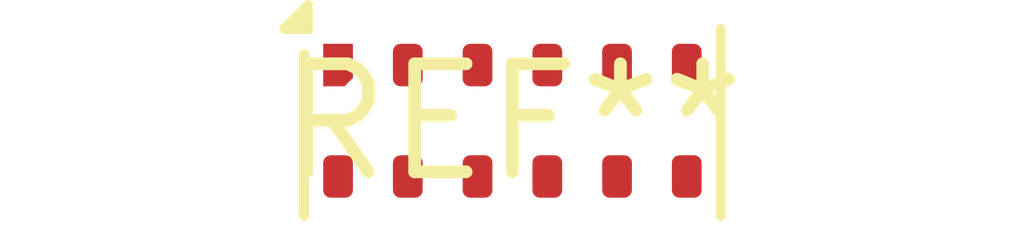
<source format=kicad_pcb>
(kicad_pcb (version 20240108) (generator pcbnew)
  (layers (0 "F.Cu" signal) (31 "B.Cu" signal) (34 "B.Paste" user) (35 "F.Paste" user) (36 "B.SilkS" user "B.Silkscreen") (37 "F.SilkS" user "F.Silkscreen") (38 "B.Mask" user) (39 "F.Mask" user) (44 "Edge.Cuts" user))
  (net 0 "")
  (footprint "AMS_OLGA12" (layer "F.Cu") (at 0 0)
    (property "Reference" "REF**")
    (property "Value" "AMS_OLGA12")
    (fp_line (start -2.45 -0.8) (end -2.45 1.1) (layer "F.SilkS") (stroke (width 0.12)))
    (fp_line (start 2.45 -1.1) (end 2.45 1.1) (layer "F.SilkS") (stroke (width 0.12)))
    (fp_poly (pts (xy -2.4 -1.1) (xy -2.68 -1.1) (xy -2.4 -1.38) (xy -2.4 -1.1)) (layer "F.SilkS") (stroke (width 0.12)) (fill solid))
    (pad "1" smd roundrect (at -2.05 -0.675 270) (size 0.5 0.35) (layers "F.Cu" "F.Paste" "F.Mask") (roundrect_rratio 0) (chamfer_ratio 0.28) (chamfer top_right))
    (pad "2" smd roundrect (at -1.23 -0.675 270) (size 0.5 0.35) (layers "F.Cu" "F.Paste" "F.Mask"))
    (pad "3" smd roundrect (at -0.41 -0.675 270) (size 0.5 0.35) (layers "F.Cu" "F.Paste" "F.Mask"))
    (pad "4" smd roundrect (at 0.41 -0.675 270) (size 0.5 0.35) (layers "F.Cu" "F.Paste" "F.Mask"))
    (pad "5" smd roundrect (at 1.23 -0.675 270) (size 0.5 0.35) (layers "F.Cu" "F.Paste" "F.Mask"))
    (pad "6" smd roundrect (at 2.05 -0.675 270) (size 0.5 0.35) (layers "F.Cu" "F.Paste" "F.Mask"))
    (pad "7" smd roundrect (at 2.05 0.635 270) (size 0.5 0.35) (layers "F.Cu" "F.Paste" "F.Mask"))
    (pad "8" smd roundrect (at 1.23 0.635 270) (size 0.5 0.35) (layers "F.Cu" "F.Paste" "F.Mask"))
    (pad "9" smd roundrect (at 0.41 0.635 270) (size 0.5 0.35) (layers "F.Cu" "F.Paste" "F.Mask"))
    (pad "10" smd roundrect (at -0.41 0.635 270) (size 0.5 0.35) (layers "F.Cu" "F.Paste" "F.Mask"))
    (pad "11" smd roundrect (at -1.23 0.635 270) (size 0.5 0.35) (layers "F.Cu" "F.Paste" "F.Mask"))
    (pad "12" smd roundrect (at -2.05 0.635 270) (size 0.5 0.35) (layers "F.Cu" "F.Paste" "F.Mask"))
  )
)
</source>
